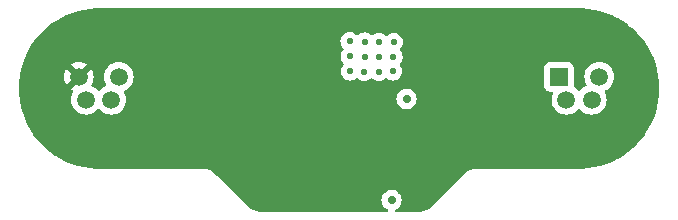
<source format=gbr>
%TF.GenerationSoftware,KiCad,Pcbnew,8.0.4*%
%TF.CreationDate,2025-04-09T21:22:43-04:00*%
%TF.ProjectId,accessory_peripheral,61636365-7373-46f7-9279-5f7065726970,rev?*%
%TF.SameCoordinates,Original*%
%TF.FileFunction,Copper,L3,Inr*%
%TF.FilePolarity,Positive*%
%FSLAX46Y46*%
G04 Gerber Fmt 4.6, Leading zero omitted, Abs format (unit mm)*
G04 Created by KiCad (PCBNEW 8.0.4) date 2025-04-09 21:22:43*
%MOMM*%
%LPD*%
G01*
G04 APERTURE LIST*
%TA.AperFunction,ComponentPad*%
%ADD10C,1.500000*%
%TD*%
%TA.AperFunction,ComponentPad*%
%ADD11R,1.500000X1.500000*%
%TD*%
%TA.AperFunction,ViaPad*%
%ADD12C,0.550000*%
%TD*%
%TA.AperFunction,ViaPad*%
%ADD13C,0.700000*%
%TD*%
%TA.AperFunction,ViaPad*%
%ADD14C,0.450000*%
%TD*%
G04 APERTURE END LIST*
D10*
%TO.N,Net-(F1-Pad1)*%
%TO.C,J1*%
X129853900Y-102183035D03*
%TO.N,/USB_D_N*%
X129228900Y-104133035D03*
%TO.N,GND*%
X126453900Y-102183035D03*
%TO.N,/USB_D_P*%
X127078900Y-104133035D03*
%TD*%
D11*
%TO.N,/RX_P*%
%TO.C,J2*%
X167122900Y-102183035D03*
D10*
%TO.N,/RX_N*%
X167747900Y-104133035D03*
%TO.N,/TX_P*%
X170522900Y-102183035D03*
%TO.N,/TX_N*%
X169897900Y-104133035D03*
%TD*%
D12*
%TO.N,GND*%
X136535100Y-104588435D03*
X139245100Y-100758435D03*
%TO.N,/5V_USB*%
X149415100Y-101728435D03*
X149405100Y-100448435D03*
X149395100Y-99178435D03*
X150665100Y-99208435D03*
X150675100Y-100518435D03*
X150645100Y-101758435D03*
X151855100Y-101748435D03*
X153055100Y-101728435D03*
X151865100Y-100478435D03*
X153105100Y-100528435D03*
X151865100Y-99268435D03*
X153115100Y-99268435D03*
%TO.N,GND*%
X148525100Y-98298435D03*
X151805100Y-107418435D03*
D13*
X147105100Y-106388435D03*
%TO.N,/LED_control*%
X152945100Y-112622435D03*
%TO.N,GND*%
X143970100Y-104847435D03*
%TO.N,/3V3*%
X154215100Y-104058435D03*
D14*
%TO.N,GND*%
X155475100Y-104058435D03*
%TD*%
%TA.AperFunction,Conductor*%
%TO.N,GND*%
G36*
X168821726Y-96366441D02*
G01*
X169077332Y-96368889D01*
X169085627Y-96369246D01*
X169596012Y-96408431D01*
X169605406Y-96409515D01*
X170110719Y-96487565D01*
X170120042Y-96489374D01*
X170617866Y-96605868D01*
X170627013Y-96608382D01*
X171114472Y-96762648D01*
X171123394Y-96765852D01*
X171597604Y-96956976D01*
X171606257Y-96960855D01*
X172064457Y-97187724D01*
X172072802Y-97192262D01*
X172512280Y-97453535D01*
X172520241Y-97458691D01*
X172938345Y-97752778D01*
X172938422Y-97752832D01*
X172945976Y-97758590D01*
X173160241Y-97935292D01*
X173340355Y-98083831D01*
X173340421Y-98083885D01*
X173347513Y-98090205D01*
X173715900Y-98444743D01*
X173722486Y-98451587D01*
X174062646Y-98833275D01*
X174068690Y-98840604D01*
X174378635Y-99247214D01*
X174384100Y-99254984D01*
X174662003Y-99684115D01*
X174666858Y-99692280D01*
X174911112Y-100141457D01*
X174915326Y-100149970D01*
X175124464Y-100616492D01*
X175128015Y-100625302D01*
X175300834Y-101106481D01*
X175303700Y-101115537D01*
X175439176Y-101608526D01*
X175441341Y-101617776D01*
X175538682Y-102119699D01*
X175540132Y-102129086D01*
X175598768Y-102636986D01*
X175599495Y-102646458D01*
X175619077Y-103157351D01*
X175619077Y-103166849D01*
X175599495Y-103677741D01*
X175598768Y-103687213D01*
X175540132Y-104195113D01*
X175538682Y-104204500D01*
X175441341Y-104706423D01*
X175439176Y-104715673D01*
X175303700Y-105208662D01*
X175300834Y-105217718D01*
X175128015Y-105698897D01*
X175124464Y-105707707D01*
X174915326Y-106174229D01*
X174911112Y-106182742D01*
X174666858Y-106631919D01*
X174662003Y-106640084D01*
X174384100Y-107069215D01*
X174378635Y-107076985D01*
X174068690Y-107483595D01*
X174062646Y-107490924D01*
X173722486Y-107872612D01*
X173715900Y-107879456D01*
X173347513Y-108233994D01*
X173340421Y-108240314D01*
X172945976Y-108565609D01*
X172938422Y-108571367D01*
X172520254Y-108865500D01*
X172512280Y-108870664D01*
X172072802Y-109131937D01*
X172064457Y-109136475D01*
X171606264Y-109363341D01*
X171597596Y-109367226D01*
X171123403Y-109558343D01*
X171114463Y-109561554D01*
X170627019Y-109715815D01*
X170617860Y-109718332D01*
X170120041Y-109834825D01*
X170110716Y-109836634D01*
X169605429Y-109914681D01*
X169595992Y-109915770D01*
X169085630Y-109954952D01*
X169077331Y-109955310D01*
X168875368Y-109957253D01*
X168868406Y-109955281D01*
X160155127Y-109983434D01*
X160154880Y-109983435D01*
X160035068Y-109983583D01*
X159797850Y-110017074D01*
X159797839Y-110017077D01*
X159568832Y-110087460D01*
X159568827Y-110087463D01*
X159353745Y-110192982D01*
X159157922Y-110331022D01*
X158986248Y-110498137D01*
X158917536Y-110586633D01*
X158907274Y-110598266D01*
X157060910Y-112444627D01*
X156375099Y-113130437D01*
X156292599Y-113213558D01*
X156290276Y-113215898D01*
X156277547Y-113227079D01*
X156099580Y-113363045D01*
X156087179Y-113372519D01*
X156070968Y-113383011D01*
X155861363Y-113496559D01*
X155843719Y-113504407D01*
X155619035Y-113584022D01*
X155600382Y-113589036D01*
X155364869Y-113633016D01*
X155348064Y-113634980D01*
X155231939Y-113640565D01*
X155223628Y-113640686D01*
X155199339Y-113640224D01*
X155105100Y-113638435D01*
X155105082Y-113638435D01*
X153337534Y-113638435D01*
X153270495Y-113618750D01*
X153224740Y-113565946D01*
X153214796Y-113496788D01*
X153243821Y-113433232D01*
X153287096Y-113401156D01*
X153372693Y-113363047D01*
X153517330Y-113257961D01*
X153636959Y-113125100D01*
X153726350Y-112970270D01*
X153781597Y-112800238D01*
X153800285Y-112622435D01*
X153781597Y-112444632D01*
X153726350Y-112274600D01*
X153636959Y-112119770D01*
X153590103Y-112067731D01*
X153517335Y-111986913D01*
X153517332Y-111986911D01*
X153517331Y-111986910D01*
X153517330Y-111986909D01*
X153372693Y-111881823D01*
X153209367Y-111809106D01*
X153209365Y-111809105D01*
X153081694Y-111781968D01*
X153034491Y-111771935D01*
X152855709Y-111771935D01*
X152825054Y-111778450D01*
X152680833Y-111809105D01*
X152680828Y-111809107D01*
X152517508Y-111881822D01*
X152372868Y-111986910D01*
X152253240Y-112119771D01*
X152163850Y-112274599D01*
X152163847Y-112274605D01*
X152108604Y-112444627D01*
X152108603Y-112444629D01*
X152089915Y-112622435D01*
X152108603Y-112800240D01*
X152108604Y-112800242D01*
X152163847Y-112970264D01*
X152163850Y-112970270D01*
X152253241Y-113125100D01*
X152294912Y-113171381D01*
X152372864Y-113257956D01*
X152372867Y-113257958D01*
X152372870Y-113257961D01*
X152517507Y-113363047D01*
X152603102Y-113401156D01*
X152656338Y-113446405D01*
X152676660Y-113513254D01*
X152657615Y-113580478D01*
X152605249Y-113626734D01*
X152552666Y-113638435D01*
X141900067Y-113638435D01*
X141894131Y-113638293D01*
X141776820Y-113632671D01*
X141759991Y-113630705D01*
X141524501Y-113586724D01*
X141505846Y-113581710D01*
X141281159Y-113502083D01*
X141263510Y-113494232D01*
X141053920Y-113380679D01*
X141037704Y-113370182D01*
X140847330Y-113224720D01*
X140834626Y-113213563D01*
X140749776Y-113128105D01*
X140749759Y-113128088D01*
X140749620Y-113127948D01*
X140749620Y-113127947D01*
X138192216Y-110570542D01*
X138181925Y-110558870D01*
X138113241Y-110470340D01*
X138113232Y-110470328D01*
X138113222Y-110470318D01*
X137941498Y-110303152D01*
X137941491Y-110303146D01*
X137941487Y-110303142D01*
X137924765Y-110291354D01*
X137745590Y-110165052D01*
X137745587Y-110165051D01*
X137745586Y-110165050D01*
X137745584Y-110165049D01*
X137530401Y-110059487D01*
X137530399Y-110059486D01*
X137301288Y-109989081D01*
X137301289Y-109989081D01*
X137063970Y-109955591D01*
X137063966Y-109955590D01*
X137063962Y-109955590D01*
X136944100Y-109955435D01*
X136944019Y-109955435D01*
X128144584Y-109955435D01*
X128126742Y-109957267D01*
X127924873Y-109955382D01*
X127916539Y-109955023D01*
X127406200Y-109915842D01*
X127396763Y-109914753D01*
X126891467Y-109836705D01*
X126882142Y-109834896D01*
X126384320Y-109718401D01*
X126375161Y-109715884D01*
X125887712Y-109561622D01*
X125878772Y-109558411D01*
X125404573Y-109367292D01*
X125395905Y-109363407D01*
X124937708Y-109136539D01*
X124929363Y-109132001D01*
X124489886Y-108870729D01*
X124481913Y-108865565D01*
X124063728Y-108571421D01*
X124056173Y-108565663D01*
X123661730Y-108240368D01*
X123654638Y-108234048D01*
X123286247Y-107879506D01*
X123279661Y-107872662D01*
X122939497Y-107490970D01*
X122933453Y-107483641D01*
X122623505Y-107077027D01*
X122618040Y-107069257D01*
X122618013Y-107069215D01*
X122340121Y-106640100D01*
X122335291Y-106631978D01*
X122091025Y-106182780D01*
X122086819Y-106174283D01*
X121877664Y-105707723D01*
X121874113Y-105698913D01*
X121701289Y-105217718D01*
X121698434Y-105208697D01*
X121562947Y-104715669D01*
X121560792Y-104706460D01*
X121463443Y-104204500D01*
X121461995Y-104195124D01*
X121446215Y-104058435D01*
X121403357Y-103687198D01*
X121402633Y-103677768D01*
X121383050Y-103166848D01*
X121383050Y-103157351D01*
X121385959Y-103081460D01*
X121402633Y-102646429D01*
X121403359Y-102636986D01*
X121455765Y-102183034D01*
X125199125Y-102183034D01*
X125199125Y-102183035D01*
X125218187Y-102400919D01*
X125218189Y-102400929D01*
X125274794Y-102612185D01*
X125274798Y-102612194D01*
X125367233Y-102810422D01*
X125410774Y-102872606D01*
X125930112Y-102353268D01*
X125941382Y-102395327D01*
X126013790Y-102520743D01*
X126116192Y-102623145D01*
X126241608Y-102695553D01*
X126283665Y-102706822D01*
X125764327Y-103226159D01*
X125826513Y-103269702D01*
X125826515Y-103269703D01*
X125941595Y-103323366D01*
X125994035Y-103369538D01*
X126013187Y-103436732D01*
X125993945Y-103500388D01*
X125994504Y-103500711D01*
X125993127Y-103503094D01*
X125992971Y-103503613D01*
X125992000Y-103505047D01*
X125991797Y-103505398D01*
X125899326Y-103703703D01*
X125899322Y-103703712D01*
X125842693Y-103915055D01*
X125842693Y-103915059D01*
X125823623Y-104133032D01*
X125823623Y-104133037D01*
X125842693Y-104351010D01*
X125842693Y-104351014D01*
X125899322Y-104562357D01*
X125899324Y-104562361D01*
X125899325Y-104562365D01*
X125945561Y-104661519D01*
X125991797Y-104760673D01*
X125991798Y-104760674D01*
X126117302Y-104939912D01*
X126272023Y-105094633D01*
X126451261Y-105220137D01*
X126649570Y-105312610D01*
X126860923Y-105369242D01*
X127043826Y-105385243D01*
X127078898Y-105388312D01*
X127078900Y-105388312D01*
X127078902Y-105388312D01*
X127107154Y-105385840D01*
X127296877Y-105369242D01*
X127508230Y-105312610D01*
X127706539Y-105220137D01*
X127885777Y-105094633D01*
X128040498Y-104939912D01*
X128052324Y-104923023D01*
X128106900Y-104879397D01*
X128176398Y-104872202D01*
X128238753Y-104903723D01*
X128255476Y-104923023D01*
X128267296Y-104939905D01*
X128267301Y-104939911D01*
X128267302Y-104939912D01*
X128422023Y-105094633D01*
X128601261Y-105220137D01*
X128799570Y-105312610D01*
X129010923Y-105369242D01*
X129193826Y-105385243D01*
X129228898Y-105388312D01*
X129228900Y-105388312D01*
X129228902Y-105388312D01*
X129257154Y-105385840D01*
X129446877Y-105369242D01*
X129658230Y-105312610D01*
X129856539Y-105220137D01*
X130035777Y-105094633D01*
X130190498Y-104939912D01*
X130316002Y-104760674D01*
X130408475Y-104562365D01*
X130465107Y-104351012D01*
X130484177Y-104133035D01*
X130477651Y-104058435D01*
X153359915Y-104058435D01*
X153378603Y-104236240D01*
X153378604Y-104236242D01*
X153433847Y-104406264D01*
X153433850Y-104406270D01*
X153523241Y-104561100D01*
X153564912Y-104607381D01*
X153642864Y-104693956D01*
X153642867Y-104693958D01*
X153642870Y-104693961D01*
X153787507Y-104799047D01*
X153950833Y-104871764D01*
X154125709Y-104908935D01*
X154125710Y-104908935D01*
X154304489Y-104908935D01*
X154304491Y-104908935D01*
X154479367Y-104871764D01*
X154642693Y-104799047D01*
X154787330Y-104693961D01*
X154906959Y-104561100D01*
X154996350Y-104406270D01*
X155051597Y-104236238D01*
X155070285Y-104058435D01*
X155051597Y-103880632D01*
X154996350Y-103710600D01*
X154906959Y-103555770D01*
X154859529Y-103503094D01*
X154787335Y-103422913D01*
X154787332Y-103422911D01*
X154787331Y-103422910D01*
X154787330Y-103422909D01*
X154642693Y-103317823D01*
X154479367Y-103245106D01*
X154479365Y-103245105D01*
X154351694Y-103217968D01*
X154304491Y-103207935D01*
X154125709Y-103207935D01*
X154095054Y-103214450D01*
X153950833Y-103245105D01*
X153950828Y-103245107D01*
X153787508Y-103317822D01*
X153642868Y-103422910D01*
X153523240Y-103555771D01*
X153433850Y-103710599D01*
X153433847Y-103710605D01*
X153378604Y-103880627D01*
X153378603Y-103880629D01*
X153359915Y-104058435D01*
X130477651Y-104058435D01*
X130465107Y-103915058D01*
X130408475Y-103703705D01*
X130316002Y-103505397D01*
X130315999Y-103505393D01*
X130313293Y-103500705D01*
X130314814Y-103499826D01*
X130294998Y-103441103D01*
X130311997Y-103373333D01*
X130362936Y-103325511D01*
X130366473Y-103323792D01*
X130481539Y-103270137D01*
X130660777Y-103144633D01*
X130815498Y-102989912D01*
X130941002Y-102810674D01*
X131033475Y-102612365D01*
X131090107Y-102401012D01*
X131109177Y-102183035D01*
X131090107Y-101965058D01*
X131033475Y-101753705D01*
X130941002Y-101555397D01*
X130941000Y-101555394D01*
X130940999Y-101555392D01*
X130815499Y-101376159D01*
X130764891Y-101325551D01*
X130660777Y-101221437D01*
X130511020Y-101116576D01*
X130481538Y-101095932D01*
X130382384Y-101049696D01*
X130283230Y-101003460D01*
X130283226Y-101003459D01*
X130283222Y-101003457D01*
X130071877Y-100946828D01*
X129853902Y-100927758D01*
X129853898Y-100927758D01*
X129726051Y-100938943D01*
X129635923Y-100946828D01*
X129635920Y-100946828D01*
X129424577Y-101003457D01*
X129424568Y-101003461D01*
X129226261Y-101095933D01*
X129226257Y-101095935D01*
X129047021Y-101221437D01*
X128892302Y-101376156D01*
X128766800Y-101555392D01*
X128766798Y-101555396D01*
X128674326Y-101753703D01*
X128674322Y-101753712D01*
X128617693Y-101965055D01*
X128617693Y-101965059D01*
X128598623Y-102183032D01*
X128598623Y-102183037D01*
X128617693Y-102401010D01*
X128617693Y-102401014D01*
X128674322Y-102612357D01*
X128674324Y-102612361D01*
X128674325Y-102612365D01*
X128766680Y-102810422D01*
X128766798Y-102810674D01*
X128769507Y-102815366D01*
X128767992Y-102816240D01*
X128787801Y-102875009D01*
X128770779Y-102942774D01*
X128719824Y-102990578D01*
X128716303Y-102992288D01*
X128601262Y-103045933D01*
X128601257Y-103045935D01*
X128422024Y-103171435D01*
X128267300Y-103326160D01*
X128255475Y-103343049D01*
X128200898Y-103386673D01*
X128131399Y-103393866D01*
X128069045Y-103362344D01*
X128052325Y-103343049D01*
X128040498Y-103326158D01*
X127885777Y-103171437D01*
X127706539Y-103045933D01*
X127591034Y-102992072D01*
X127538596Y-102945901D01*
X127519444Y-102878707D01*
X127538545Y-102815512D01*
X127537858Y-102815115D01*
X127539553Y-102812177D01*
X127539660Y-102811826D01*
X127540316Y-102810856D01*
X127540566Y-102810423D01*
X127633001Y-102612194D01*
X127633005Y-102612185D01*
X127689610Y-102400929D01*
X127689612Y-102400919D01*
X127708675Y-102183035D01*
X127708675Y-102183034D01*
X127689612Y-101965150D01*
X127689610Y-101965140D01*
X127633005Y-101753884D01*
X127633001Y-101753875D01*
X127540567Y-101555649D01*
X127540566Y-101555647D01*
X127497024Y-101493463D01*
X127497024Y-101493462D01*
X126977687Y-102012799D01*
X126966418Y-101970743D01*
X126894010Y-101845327D01*
X126791608Y-101742925D01*
X126666192Y-101670517D01*
X126624134Y-101659247D01*
X127143471Y-101139909D01*
X127081287Y-101096368D01*
X126883059Y-101003933D01*
X126883050Y-101003929D01*
X126671794Y-100947324D01*
X126671784Y-100947322D01*
X126453901Y-100928260D01*
X126453899Y-100928260D01*
X126236015Y-100947322D01*
X126236005Y-100947324D01*
X126024749Y-101003929D01*
X126024740Y-101003933D01*
X125826513Y-101096368D01*
X125764328Y-101139909D01*
X126283666Y-101659247D01*
X126241608Y-101670517D01*
X126116192Y-101742925D01*
X126013790Y-101845327D01*
X125941382Y-101970743D01*
X125930112Y-102012801D01*
X125410774Y-101493463D01*
X125367233Y-101555648D01*
X125274798Y-101753875D01*
X125274794Y-101753884D01*
X125218189Y-101965140D01*
X125218187Y-101965150D01*
X125199125Y-102183034D01*
X121455765Y-102183034D01*
X121461995Y-102129072D01*
X121463445Y-102119688D01*
X121493416Y-101965150D01*
X121560793Y-101617733D01*
X121562945Y-101608536D01*
X121698436Y-101115494D01*
X121701289Y-101106479D01*
X121874118Y-100625271D01*
X121877664Y-100616476D01*
X122086819Y-100149916D01*
X122091020Y-100141429D01*
X122335298Y-99692209D01*
X122340113Y-99684110D01*
X122618050Y-99254927D01*
X122623494Y-99247186D01*
X122675904Y-99178431D01*
X148614693Y-99178431D01*
X148614693Y-99178438D01*
X148634257Y-99352083D01*
X148634259Y-99352093D01*
X148691977Y-99517039D01*
X148784953Y-99665011D01*
X148850695Y-99730753D01*
X148884180Y-99792076D01*
X148879196Y-99861768D01*
X148850697Y-99906114D01*
X148794952Y-99961860D01*
X148701977Y-100109830D01*
X148644259Y-100274776D01*
X148644257Y-100274786D01*
X148624693Y-100448431D01*
X148624693Y-100448438D01*
X148644257Y-100622083D01*
X148644259Y-100622093D01*
X148672253Y-100702093D01*
X148701978Y-100787041D01*
X148794953Y-100935011D01*
X148832144Y-100972202D01*
X148865696Y-101005754D01*
X148899180Y-101067078D01*
X148894195Y-101136769D01*
X148865696Y-101181116D01*
X148804952Y-101241860D01*
X148711977Y-101389830D01*
X148654259Y-101554776D01*
X148654257Y-101554786D01*
X148634693Y-101728431D01*
X148634693Y-101728438D01*
X148654257Y-101902083D01*
X148654259Y-101902093D01*
X148676324Y-101965150D01*
X148711978Y-102067041D01*
X148804953Y-102215011D01*
X148928524Y-102338582D01*
X149076494Y-102431557D01*
X149241443Y-102489276D01*
X149241449Y-102489276D01*
X149241451Y-102489277D01*
X149415096Y-102508842D01*
X149415100Y-102508842D01*
X149415104Y-102508842D01*
X149588748Y-102489277D01*
X149588747Y-102489277D01*
X149588757Y-102489276D01*
X149753706Y-102431557D01*
X149901676Y-102338582D01*
X149927419Y-102312839D01*
X149988742Y-102279354D01*
X150058434Y-102284338D01*
X150102781Y-102312839D01*
X150158524Y-102368582D01*
X150306494Y-102461557D01*
X150471443Y-102519276D01*
X150471449Y-102519276D01*
X150471451Y-102519277D01*
X150645096Y-102538842D01*
X150645100Y-102538842D01*
X150645104Y-102538842D01*
X150818748Y-102519277D01*
X150818747Y-102519277D01*
X150818757Y-102519276D01*
X150983706Y-102461557D01*
X151131676Y-102368582D01*
X151167419Y-102332839D01*
X151228742Y-102299354D01*
X151298434Y-102304338D01*
X151342781Y-102332839D01*
X151368524Y-102358582D01*
X151516494Y-102451557D01*
X151681443Y-102509276D01*
X151681449Y-102509276D01*
X151681451Y-102509277D01*
X151855096Y-102528842D01*
X151855100Y-102528842D01*
X151855104Y-102528842D01*
X152028748Y-102509277D01*
X152028747Y-102509277D01*
X152028757Y-102509276D01*
X152193706Y-102451557D01*
X152341676Y-102358582D01*
X152377419Y-102322839D01*
X152438742Y-102289354D01*
X152508434Y-102294338D01*
X152552781Y-102322839D01*
X152568524Y-102338582D01*
X152716494Y-102431557D01*
X152881443Y-102489276D01*
X152881449Y-102489276D01*
X152881451Y-102489277D01*
X153055096Y-102508842D01*
X153055100Y-102508842D01*
X153055104Y-102508842D01*
X153228748Y-102489277D01*
X153228747Y-102489277D01*
X153228757Y-102489276D01*
X153393706Y-102431557D01*
X153541676Y-102338582D01*
X153665247Y-102215011D01*
X153758222Y-102067041D01*
X153815941Y-101902092D01*
X153832660Y-101753703D01*
X153835507Y-101728438D01*
X153835507Y-101728431D01*
X153815942Y-101554786D01*
X153815941Y-101554784D01*
X153815941Y-101554778D01*
X153758222Y-101389829D01*
X153755295Y-101385170D01*
X165872400Y-101385170D01*
X165872400Y-102980905D01*
X165872401Y-102980911D01*
X165878808Y-103040518D01*
X165929102Y-103175363D01*
X165929106Y-103175370D01*
X166015352Y-103290579D01*
X166015355Y-103290582D01*
X166130564Y-103376828D01*
X166130571Y-103376832D01*
X166156957Y-103386673D01*
X166265417Y-103427126D01*
X166325027Y-103433535D01*
X166499666Y-103433534D01*
X166566705Y-103453218D01*
X166612460Y-103506022D01*
X166622404Y-103575180D01*
X166612049Y-103609938D01*
X166568324Y-103703707D01*
X166568322Y-103703712D01*
X166511693Y-103915055D01*
X166511693Y-103915059D01*
X166492623Y-104133032D01*
X166492623Y-104133037D01*
X166511693Y-104351010D01*
X166511693Y-104351014D01*
X166568322Y-104562357D01*
X166568324Y-104562361D01*
X166568325Y-104562365D01*
X166614561Y-104661519D01*
X166660797Y-104760673D01*
X166660798Y-104760674D01*
X166786302Y-104939912D01*
X166941023Y-105094633D01*
X167120261Y-105220137D01*
X167318570Y-105312610D01*
X167529923Y-105369242D01*
X167712826Y-105385243D01*
X167747898Y-105388312D01*
X167747900Y-105388312D01*
X167747902Y-105388312D01*
X167776154Y-105385840D01*
X167965877Y-105369242D01*
X168177230Y-105312610D01*
X168375539Y-105220137D01*
X168554777Y-105094633D01*
X168709498Y-104939912D01*
X168721324Y-104923023D01*
X168775900Y-104879397D01*
X168845398Y-104872202D01*
X168907753Y-104903723D01*
X168924476Y-104923023D01*
X168936296Y-104939905D01*
X168936301Y-104939911D01*
X168936302Y-104939912D01*
X169091023Y-105094633D01*
X169270261Y-105220137D01*
X169468570Y-105312610D01*
X169679923Y-105369242D01*
X169862826Y-105385243D01*
X169897898Y-105388312D01*
X169897900Y-105388312D01*
X169897902Y-105388312D01*
X169926154Y-105385840D01*
X170115877Y-105369242D01*
X170327230Y-105312610D01*
X170525539Y-105220137D01*
X170704777Y-105094633D01*
X170859498Y-104939912D01*
X170985002Y-104760674D01*
X171077475Y-104562365D01*
X171134107Y-104351012D01*
X171153177Y-104133035D01*
X171134107Y-103915058D01*
X171077475Y-103703705D01*
X170985002Y-103505397D01*
X170984999Y-103505393D01*
X170982293Y-103500705D01*
X170983814Y-103499826D01*
X170963998Y-103441103D01*
X170980997Y-103373333D01*
X171031936Y-103325511D01*
X171035473Y-103323792D01*
X171150539Y-103270137D01*
X171329777Y-103144633D01*
X171484498Y-102989912D01*
X171610002Y-102810674D01*
X171702475Y-102612365D01*
X171759107Y-102401012D01*
X171778177Y-102183035D01*
X171759107Y-101965058D01*
X171702475Y-101753705D01*
X171610002Y-101555397D01*
X171610000Y-101555394D01*
X171609999Y-101555392D01*
X171484499Y-101376159D01*
X171433891Y-101325551D01*
X171329777Y-101221437D01*
X171180020Y-101116576D01*
X171150538Y-101095932D01*
X171051384Y-101049696D01*
X170952230Y-101003460D01*
X170952226Y-101003459D01*
X170952222Y-101003457D01*
X170740877Y-100946828D01*
X170522902Y-100927758D01*
X170522898Y-100927758D01*
X170395051Y-100938943D01*
X170304923Y-100946828D01*
X170304920Y-100946828D01*
X170093577Y-101003457D01*
X170093568Y-101003461D01*
X169895261Y-101095933D01*
X169895257Y-101095935D01*
X169716021Y-101221437D01*
X169561302Y-101376156D01*
X169435800Y-101555392D01*
X169435798Y-101555396D01*
X169343326Y-101753703D01*
X169343322Y-101753712D01*
X169286693Y-101965055D01*
X169286693Y-101965059D01*
X169267623Y-102183032D01*
X169267623Y-102183037D01*
X169286693Y-102401010D01*
X169286693Y-102401014D01*
X169343322Y-102612357D01*
X169343324Y-102612361D01*
X169343325Y-102612365D01*
X169435680Y-102810422D01*
X169435798Y-102810674D01*
X169438507Y-102815366D01*
X169436992Y-102816240D01*
X169456801Y-102875009D01*
X169439779Y-102942774D01*
X169388824Y-102990578D01*
X169385303Y-102992288D01*
X169270262Y-103045933D01*
X169270257Y-103045935D01*
X169091024Y-103171435D01*
X168936300Y-103326160D01*
X168924475Y-103343049D01*
X168869898Y-103386673D01*
X168800399Y-103393866D01*
X168738045Y-103362344D01*
X168721325Y-103343049D01*
X168709498Y-103326158D01*
X168554777Y-103171437D01*
X168426272Y-103081457D01*
X168382651Y-103026883D01*
X168373399Y-102979890D01*
X168373399Y-101385163D01*
X168366991Y-101325552D01*
X168344870Y-101266243D01*
X168316697Y-101190706D01*
X168316693Y-101190699D01*
X168230447Y-101075490D01*
X168230444Y-101075487D01*
X168115235Y-100989241D01*
X168115228Y-100989237D01*
X167980382Y-100938943D01*
X167980383Y-100938943D01*
X167920783Y-100932536D01*
X167920781Y-100932535D01*
X167920773Y-100932535D01*
X167920764Y-100932535D01*
X166325029Y-100932535D01*
X166325023Y-100932536D01*
X166265416Y-100938943D01*
X166130571Y-100989237D01*
X166130564Y-100989241D01*
X166015355Y-101075487D01*
X166015352Y-101075490D01*
X165929106Y-101190699D01*
X165929102Y-101190706D01*
X165878808Y-101325552D01*
X165873368Y-101376156D01*
X165872401Y-101385158D01*
X165872400Y-101385170D01*
X153755295Y-101385170D01*
X153665247Y-101241859D01*
X153664504Y-101241116D01*
X153664177Y-101240518D01*
X153660906Y-101236416D01*
X153661624Y-101235842D01*
X153631019Y-101179793D01*
X153636003Y-101110101D01*
X153664504Y-101065754D01*
X153671676Y-101058582D01*
X153715247Y-101015011D01*
X153808222Y-100867041D01*
X153865941Y-100702092D01*
X153874593Y-100625302D01*
X153885507Y-100528438D01*
X153885507Y-100528431D01*
X153865942Y-100354786D01*
X153865941Y-100354784D01*
X153865941Y-100354778D01*
X153808222Y-100189829D01*
X153715247Y-100041859D01*
X153664504Y-99991116D01*
X153631019Y-99929793D01*
X153636003Y-99860101D01*
X153664504Y-99815754D01*
X153691676Y-99788582D01*
X153725247Y-99755011D01*
X153818222Y-99607041D01*
X153875941Y-99442092D01*
X153886081Y-99352093D01*
X153895507Y-99268438D01*
X153895507Y-99268431D01*
X153875942Y-99094786D01*
X153875941Y-99094784D01*
X153875941Y-99094778D01*
X153818222Y-98929829D01*
X153725247Y-98781859D01*
X153601676Y-98658288D01*
X153453706Y-98565313D01*
X153453705Y-98565312D01*
X153453704Y-98565312D01*
X153288758Y-98507594D01*
X153288748Y-98507592D01*
X153115104Y-98488028D01*
X153115096Y-98488028D01*
X152941451Y-98507592D01*
X152941441Y-98507594D01*
X152776495Y-98565312D01*
X152628523Y-98658288D01*
X152577781Y-98709031D01*
X152516458Y-98742516D01*
X152446766Y-98737532D01*
X152402419Y-98709031D01*
X152351676Y-98658288D01*
X152256186Y-98598288D01*
X152203706Y-98565313D01*
X152203705Y-98565312D01*
X152203704Y-98565312D01*
X152038758Y-98507594D01*
X152038748Y-98507592D01*
X151865104Y-98488028D01*
X151865096Y-98488028D01*
X151691451Y-98507592D01*
X151691441Y-98507594D01*
X151526495Y-98565312D01*
X151378520Y-98658290D01*
X151373076Y-98662632D01*
X151371251Y-98660344D01*
X151321366Y-98687535D01*
X151251678Y-98682498D01*
X151207418Y-98654030D01*
X151151676Y-98598288D01*
X151099196Y-98565313D01*
X151003706Y-98505313D01*
X151003705Y-98505312D01*
X151003704Y-98505312D01*
X150838758Y-98447594D01*
X150838748Y-98447592D01*
X150665104Y-98428028D01*
X150665096Y-98428028D01*
X150491451Y-98447592D01*
X150491441Y-98447594D01*
X150326495Y-98505312D01*
X150178523Y-98598288D01*
X150132781Y-98644031D01*
X150071458Y-98677516D01*
X150001766Y-98672532D01*
X149957419Y-98644031D01*
X149881676Y-98568288D01*
X149781451Y-98505313D01*
X149733706Y-98475313D01*
X149733705Y-98475312D01*
X149733704Y-98475312D01*
X149568758Y-98417594D01*
X149568748Y-98417592D01*
X149395104Y-98398028D01*
X149395096Y-98398028D01*
X149221451Y-98417592D01*
X149221441Y-98417594D01*
X149056495Y-98475312D01*
X148908523Y-98568288D01*
X148784953Y-98691858D01*
X148691977Y-98839830D01*
X148634259Y-99004776D01*
X148634257Y-99004786D01*
X148614693Y-99178431D01*
X122675904Y-99178431D01*
X122933467Y-98840540D01*
X122939483Y-98833245D01*
X123279667Y-98451530D01*
X123286239Y-98444700D01*
X123654656Y-98090134D01*
X123661711Y-98083847D01*
X124056194Y-97758519D01*
X124063718Y-97752784D01*
X124352334Y-97549777D01*
X124481913Y-97458634D01*
X124489877Y-97453475D01*
X124929377Y-97192190D01*
X124937693Y-97187668D01*
X125395922Y-96960784D01*
X125404555Y-96956914D01*
X125878789Y-96765781D01*
X125887695Y-96762583D01*
X126375174Y-96608311D01*
X126384308Y-96605801D01*
X126882157Y-96489299D01*
X126891452Y-96487496D01*
X127396781Y-96409443D01*
X127406181Y-96408359D01*
X127916546Y-96369175D01*
X127924868Y-96368817D01*
X128180562Y-96366439D01*
X128181715Y-96366435D01*
X168820538Y-96366435D01*
X168821726Y-96366441D01*
G37*
%TD.AperFunction*%
%TD*%
M02*

</source>
